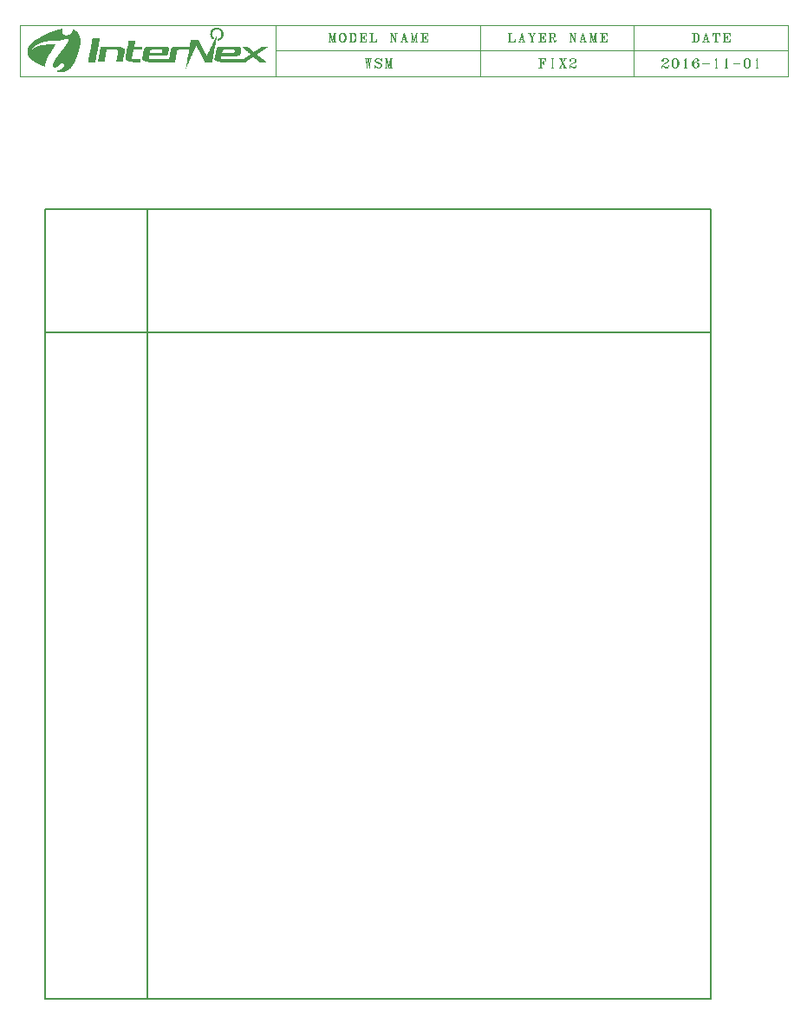
<source format=gbr>
%MOMM*%
%FSLAX33Y33*%
%ADD10C,0.200000*%
%ADD15C,0.100000*%
G90*G71*G01*D02*G54D10*X000000Y000000D02*X065000Y000000D01*X065000Y077000D01*
X000000Y077000D01*X000000Y000000D01*X065000Y065000D02*X010000Y065000D01*
X010000Y000000D01*X010000Y065000D02*X010000Y077000D01*X010000Y065000D02*
X000000Y065000D01*D02*G54D15*X022500Y095000D02*X-002500Y095000D01*
X-002500Y090000D01*X022500Y090000D01*X022500Y092500D02*X072500Y092500D01*
X042500Y095000D02*X042500Y090000D01*X022500Y095000D02*X072500Y095000D01*
X072500Y090000D02*X022500Y090000D01*X022500Y095000D02*X022500Y090000D01*
X072500Y095000D02*X072500Y090000D01*X057500Y095000D02*X057500Y090000D01*
X060221Y091568D02*X060221Y091523D01*X060266Y091523D01*X060266Y091568D01*
X060221Y091568D01*X060221Y091614D02*X060266Y091614D01*X060312Y091568D01*
X060312Y091523D01*X060266Y091477D01*X060221Y091477D01*X060175Y091523D01*
X060175Y091568D01*X060221Y091659D01*X060266Y091705D01*X060403Y091735D01*
X060591Y091735D01*X060728Y091705D01*X060773Y091659D01*X060825Y091568D01*
X060825Y091477D01*X060773Y091402D01*X060637Y091311D01*X060403Y091220D01*
X060312Y091174D01*X060221Y091083D01*X060175Y090962D01*X060175Y090826D01*
X060728Y091659D02*X060773Y091568D01*X060773Y091477D01*X060728Y091402D01*
X060591Y091735D02*X060682Y091705D01*X060728Y091568D01*X060728Y091477D01*
X060682Y091402D01*X060591Y091311D01*X060403Y091220D01*X060175Y090917D02*
X060221Y090962D01*X060312Y090962D01*X060539Y090917D01*X060728Y090917D01*
X060825Y090962D01*X060312Y090962D02*X060539Y090871D01*X060728Y090871D01*
X060773Y090917D01*X060312Y090962D02*X060539Y090826D01*X060728Y090826D01*
X060773Y090871D01*X060825Y090962D01*X060825Y091038D01*X061448Y091735D02*
X061312Y091705D01*X061221Y091568D01*X061175Y091356D01*X061175Y091220D01*
X061221Y091008D01*X061312Y090871D01*X061448Y090826D01*X061546Y090826D01*
X061682Y090871D01*X061773Y091008D01*X061825Y091220D01*X061825Y091356D01*
X061773Y091568D01*X061682Y091705D01*X061546Y091735D01*X061448Y091735D01*
X061312Y091659D02*X061266Y091568D01*X061221Y091402D01*X061221Y091174D01*
X061266Y091008D01*X061312Y090917D01*X061682Y090917D02*X061728Y091008D01*
X061773Y091174D01*X061773Y091402D01*X061728Y091568D01*X061682Y091659D01*
X061448Y091735D02*X061357Y091705D01*X061312Y091614D01*X061266Y091402D01*
X061266Y091174D01*X061312Y090962D01*X061357Y090871D01*X061448Y090826D01*
X061546Y090826D02*X061637Y090871D01*X061682Y090962D01*X061728Y091174D01*
X061728Y091402D01*X061682Y091614D01*X061637Y091705D01*X061546Y091735D01*
X062468Y091659D02*X062468Y090826D01*X062494Y091659D02*X062494Y090871D01*
X062513Y091735D02*X062513Y090826D01*X062513Y091735D02*X062448Y091614D01*
X062409Y091568D01*X062390Y090826D02*X062598Y090826D01*X062468Y090871D02*
X062429Y090826D01*X062468Y090917D02*X062448Y090826D01*X062513Y090917D02*
X062533Y090826D01*X062513Y090871D02*X062552Y090826D01*X063682Y091614D02*
X063682Y091568D01*X063728Y091568D01*X063728Y091614D01*X063682Y091614D01*
X063728Y091659D02*X063682Y091659D01*X063637Y091614D01*X063637Y091568D01*
X063682Y091523D01*X063728Y091523D01*X063773Y091568D01*X063773Y091614D01*
X063728Y091705D01*X063637Y091735D01*X063500Y091735D01*X063357Y091705D01*
X063266Y091614D01*X063221Y091523D01*X063175Y091356D01*X063175Y091083D01*
X063221Y090962D01*X063312Y090871D01*X063448Y090826D01*X063546Y090826D01*
X063682Y090871D01*X063773Y090962D01*X063825Y091083D01*X063825Y091129D01*
X063773Y091265D01*X063682Y091356D01*X063546Y091402D01*X063448Y091402D01*
X063357Y091356D01*X063312Y091311D01*X063266Y091220D01*X063312Y091614D02*
X063266Y091523D01*X063221Y091356D01*X063221Y091083D01*X063266Y090962D01*
X063312Y090917D01*X063728Y090962D02*X063773Y091038D01*X063773Y091174D01*
X063728Y091265D01*X063500Y091735D02*X063403Y091705D01*X063357Y091659D01*
X063312Y091568D01*X063266Y091402D01*X063266Y091083D01*X063312Y090962D01*
X063357Y090871D01*X063448Y090826D01*X063546Y090826D02*X063637Y090871D01*
X063682Y090917D01*X063728Y091038D01*X063728Y091174D01*X063682Y091311D01*
X063637Y091356D01*X063546Y091402D01*X064175Y091265D02*X064825Y091265D01*
X064825Y091220D01*X064175Y091265D02*X064175Y091220D01*X064825Y091220D01*
X065468Y091659D02*X065468Y090826D01*X065494Y091659D02*X065494Y090871D01*
X065513Y091735D02*X065513Y090826D01*X065513Y091735D02*X065448Y091614D01*
X065409Y091568D01*X065390Y090826D02*X065598Y090826D01*X065468Y090871D02*
X065429Y090826D01*X065468Y090917D02*X065448Y090826D01*X065513Y090917D02*
X065533Y090826D01*X065513Y090871D02*X065552Y090826D01*X066468Y091659D02*
X066468Y090826D01*X066494Y091659D02*X066494Y090871D01*X066513Y091735D02*
X066513Y090826D01*X066513Y091735D02*X066448Y091614D01*X066409Y091568D01*
X066390Y090826D02*X066598Y090826D01*X066468Y090871D02*X066429Y090826D01*
X066468Y090917D02*X066448Y090826D01*X066513Y090917D02*X066533Y090826D01*
X066513Y090871D02*X066552Y090826D01*X067175Y091265D02*X067825Y091265D01*
X067825Y091220D01*X067175Y091265D02*X067175Y091220D01*X067825Y091220D01*
X068448Y091735D02*X068312Y091705D01*X068221Y091568D01*X068175Y091356D01*
X068175Y091220D01*X068221Y091008D01*X068312Y090871D01*X068448Y090826D01*
X068546Y090826D01*X068682Y090871D01*X068773Y091008D01*X068825Y091220D01*
X068825Y091356D01*X068773Y091568D01*X068682Y091705D01*X068546Y091735D01*
X068448Y091735D01*X068312Y091659D02*X068266Y091568D01*X068221Y091402D01*
X068221Y091174D01*X068266Y091008D01*X068312Y090917D01*X068682Y090917D02*
X068728Y091008D01*X068773Y091174D01*X068773Y091402D01*X068728Y091568D01*
X068682Y091659D01*X068448Y091735D02*X068357Y091705D01*X068312Y091614D01*
X068266Y091402D01*X068266Y091174D01*X068312Y090962D01*X068357Y090871D01*
X068448Y090826D01*X068546Y090826D02*X068637Y090871D01*X068682Y090962D01*
X068728Y091174D01*X068728Y091402D01*X068682Y091614D01*X068637Y091705D01*
X068546Y091735D01*X069468Y091659D02*X069468Y090826D01*X069494Y091659D02*
X069494Y090871D01*X069513Y091735D02*X069513Y090826D01*X069513Y091735D02*
X069448Y091614D01*X069409Y091568D01*X069390Y090826D02*X069598Y090826D01*
X069468Y090871D02*X069429Y090826D01*X069468Y090917D02*X069448Y090826D01*
X069513Y090917D02*X069533Y090826D01*X069513Y090871D02*X069552Y090826D01*
X063286Y094235D02*X063286Y093326D01*X063325Y094205D02*X063325Y093371D01*
X063364Y094235D02*X063364Y093326D01*X063175Y094235D02*X063552Y094235D01*
X063669Y094205D01*X063747Y094114D01*X063786Y094023D01*X063825Y093902D01*
X063825Y093674D01*X063786Y093538D01*X063747Y093462D01*X063669Y093371D01*
X063552Y093326D01*X063175Y093326D01*X063708Y094114D02*X063747Y094023D01*
X063786Y093902D01*X063786Y093674D01*X063747Y093538D01*X063708Y093462D01*
X063552Y094235D02*X063630Y094205D01*X063708Y094068D01*X063747Y093902D01*
X063747Y093674D01*X063708Y093508D01*X063630Y093371D01*X063552Y093326D01*
X063208Y094235D02*X063286Y094205D01*X063247Y094235D02*X063286Y094159D01*
X063403Y094235D02*X063364Y094159D01*X063442Y094235D02*X063364Y094205D01*
X063286Y093371D02*X063208Y093326D01*X063286Y093417D02*X063247Y093326D01*
X063364Y093417D02*X063403Y093326D01*X063364Y093371D02*X063442Y093326D01*
X064500Y094235D02*X064247Y093371D01*X064461Y094114D02*X064676Y093326D01*
X064500Y094114D02*X064715Y093326D01*X064500Y094235D02*X064747Y093326D01*
X064318Y093583D02*X064643Y093583D01*X064175Y093326D02*X064390Y093326D01*
X064572Y093326D02*X064825Y093326D01*X064247Y093371D02*X064207Y093326D01*
X064247Y093371D02*X064318Y093326D01*X064676Y093371D02*X064604Y093326D01*
X064676Y093417D02*X064643Y093326D01*X064715Y093417D02*X064786Y093326D01*
X065175Y094235D02*X065175Y093977D01*X065454Y094235D02*X065454Y093326D01*
X065500Y094205D02*X065500Y093371D01*X065539Y094235D02*X065539Y093326D01*
X065825Y094235D02*X065825Y093977D01*X065175Y094235D02*X065825Y094235D01*
X065338Y093326D02*X065656Y093326D01*X065214Y094235D02*X065175Y093977D01*
X065253Y094235D02*X065175Y094114D01*X065292Y094235D02*X065175Y094159D01*
X065376Y094235D02*X065175Y094205D01*X065617Y094235D02*X065825Y094205D01*
X065702Y094235D02*X065825Y094159D01*X065741Y094235D02*X065825Y094114D01*
X065780Y094235D02*X065825Y093977D01*X065454Y093371D02*X065376Y093326D01*
X065454Y093417D02*X065415Y093326D01*X065539Y093417D02*X065578Y093326D01*
X065539Y093371D02*X065617Y093326D01*X066292Y094235D02*X066292Y093326D01*
X066331Y094205D02*X066331Y093371D01*X066377Y094235D02*X066377Y093326D01*
X066175Y094235D02*X066825Y094235D01*X066825Y093977D01*X066377Y093811D02*
X066617Y093811D01*X066617Y093977D02*X066617Y093629D01*X066175Y093326D02*
X066825Y093326D01*X066825Y093583D01*X066214Y094235D02*X066292Y094205D01*
X066253Y094235D02*X066292Y094159D01*X066416Y094235D02*X066377Y094159D01*
X066455Y094235D02*X066377Y094205D01*X066617Y094235D02*X066825Y094205D01*
X066702Y094235D02*X066825Y094159D01*X066741Y094235D02*X066825Y094114D01*
X066780Y094235D02*X066825Y093977D01*X066617Y093977D02*X066578Y093811D01*
X066617Y093629D01*X066617Y093902D02*X066539Y093811D01*X066617Y093720D01*
X066617Y093856D02*X066455Y093811D01*X066617Y093765D01*X066292Y093371D02*
X066214Y093326D01*X066292Y093417D02*X066253Y093326D01*X066377Y093417D02*
X066416Y093326D01*X066377Y093371D02*X066455Y093326D01*X066617Y093326D02*
X066825Y093371D01*X066702Y093326D02*X066825Y093417D01*X066741Y093326D02*
X066825Y093462D01*X066780Y093326D02*X066825Y093583D01*X045305Y094235D02*
X045305Y093326D01*X045344Y094205D02*X045344Y093371D01*X045390Y094235D02*
X045390Y093326D01*X045175Y094235D02*X045520Y094235D01*X045175Y093326D02*
X045825Y093326D01*X045825Y093583D01*X045214Y094235D02*X045305Y094205D01*
X045260Y094235D02*X045305Y094159D01*X045435Y094235D02*X045390Y094159D01*
X045474Y094235D02*X045390Y094205D01*X045305Y093371D02*X045214Y093326D01*
X045305Y093417D02*X045260Y093326D01*X045390Y093417D02*X045435Y093326D01*
X045390Y093371D02*X045474Y093326D01*X045604Y093326D02*X045825Y093371D01*
X045689Y093326D02*X045825Y093417D01*X045734Y093326D02*X045825Y093462D01*
X045780Y093326D02*X045825Y093583D01*X046500Y094235D02*X046247Y093371D01*
X046461Y094114D02*X046676Y093326D01*X046500Y094114D02*X046715Y093326D01*
X046500Y094235D02*X046747Y093326D01*X046318Y093583D02*X046643Y093583D01*
X046175Y093326D02*X046390Y093326D01*X046572Y093326D02*X046825Y093326D01*
X046247Y093371D02*X046208Y093326D01*X046247Y093371D02*X046318Y093326D01*
X046676Y093371D02*X046604Y093326D01*X046676Y093417D02*X046643Y093326D01*
X046715Y093417D02*X046786Y093326D01*X047240Y094235D02*X047461Y093765D01*
X047461Y093326D01*X047273Y094235D02*X047494Y093765D01*X047494Y093371D01*
X047299Y094235D02*X047533Y093765D01*X047533Y093326D01*X047721Y094205D02*
X047533Y093765D01*X047175Y094235D02*X047403Y094235D01*X047624Y094235D02*
X047825Y094235D01*X047370Y093326D02*X047624Y093326D01*X047208Y094235D02*
X047273Y094205D01*X047370Y094235D02*X047299Y094205D01*X047663Y094235D02*
X047721Y094205D01*X047786Y094235D02*X047721Y094205D01*X047461Y093371D02*
X047403Y093326D01*X047461Y093417D02*X047429Y093326D01*X047533Y093417D02*
X047559Y093326D01*X047533Y093371D02*X047591Y093326D01*X048292Y094235D02*
X048292Y093326D01*X048331Y094205D02*X048331Y093371D01*X048377Y094235D02*
X048377Y093326D01*X048175Y094235D02*X048825Y094235D01*X048825Y093977D01*
X048377Y093811D02*X048617Y093811D01*X048617Y093977D02*X048617Y093629D01*
X048175Y093326D02*X048825Y093326D01*X048825Y093583D01*X048214Y094235D02*
X048292Y094205D01*X048253Y094235D02*X048292Y094159D01*X048416Y094235D02*
X048377Y094159D01*X048455Y094235D02*X048377Y094205D01*X048617Y094235D02*
X048825Y094205D01*X048702Y094235D02*X048825Y094159D01*X048741Y094235D02*
X048825Y094114D01*X048780Y094235D02*X048825Y093977D01*X048617Y093977D02*
X048578Y093811D01*X048617Y093629D01*X048617Y093902D02*X048539Y093811D01*
X048617Y093720D01*X048617Y093856D02*X048455Y093811D01*X048617Y093765D01*
X048292Y093371D02*X048214Y093326D01*X048292Y093417D02*X048253Y093326D01*
X048377Y093417D02*X048416Y093326D01*X048377Y093371D02*X048455Y093326D01*
X048617Y093326D02*X048825Y093371D01*X048702Y093326D02*X048825Y093417D01*
X048741Y093326D02*X048825Y093462D01*X048780Y093326D02*X048825Y093583D01*
X049279Y094235D02*X049279Y093326D01*X049318Y094205D02*X049318Y093371D01*
X049351Y094235D02*X049351Y093326D01*X049175Y094235D02*X049604Y094235D01*
X049715Y094205D01*X049747Y094159D01*X049786Y094068D01*X049786Y093977D01*
X049747Y093902D01*X049715Y093856D01*X049604Y093811D01*X049351Y093811D01*
X049715Y094159D02*X049747Y094068D01*X049747Y093977D01*X049715Y093902D01*
X049604Y094235D02*X049676Y094205D01*X049715Y094114D01*X049715Y093932D01*
X049676Y093856D01*X049604Y093811D01*X049494Y093811D02*X049572Y093765D01*
X049604Y093674D01*X049676Y093417D01*X049715Y093326D01*X049786Y093326D01*
X049825Y093417D01*X049825Y093508D01*X049676Y093508D02*X049715Y093417D01*
X049747Y093371D01*X049786Y093371D01*X049572Y093765D02*X049604Y093720D01*
X049715Y093462D01*X049747Y093417D01*X049786Y093417D01*X049825Y093462D01*
X049175Y093326D02*X049461Y093326D01*X049208Y094235D02*X049279Y094205D01*
X049247Y094235D02*X049279Y094159D01*X049390Y094235D02*X049351Y094159D01*
X049422Y094235D02*X049351Y094205D01*X049279Y093371D02*X049208Y093326D01*
X049279Y093417D02*X049247Y093326D01*X049351Y093417D02*X049390Y093326D01*
X049351Y093371D02*X049422Y093326D01*X051266Y094235D02*X051266Y093371D01*
X051266Y094235D02*X051721Y093326D01*X051305Y094235D02*X051689Y093462D01*
X051331Y094235D02*X051721Y093462D01*X051721Y094205D02*X051721Y093326D01*
X051175Y094235D02*X051331Y094235D01*X051630Y094235D02*X051825Y094235D01*
X051175Y093326D02*X051364Y093326D01*X051201Y094235D02*X051266Y094205D01*
X051663Y094235D02*X051721Y094205D01*X051793Y094235D02*X051721Y094205D01*
X051266Y093371D02*X051201Y093326D01*X051266Y093371D02*X051331Y093326D01*
X052500Y094235D02*X052247Y093371D01*X052461Y094114D02*X052676Y093326D01*
X052500Y094114D02*X052715Y093326D01*X052500Y094235D02*X052747Y093326D01*
X052318Y093583D02*X052643Y093583D01*X052175Y093326D02*X052390Y093326D01*
X052572Y093326D02*X052825Y093326D01*X052247Y093371D02*X052208Y093326D01*
X052247Y093371D02*X052318Y093326D01*X052676Y093371D02*X052604Y093326D01*
X052676Y093417D02*X052643Y093326D01*X052715Y093417D02*X052786Y093326D01*
X053260Y094235D02*X053260Y093371D01*X053260Y094235D02*X053468Y093326D01*
X053292Y094235D02*X053468Y093462D01*X053318Y094235D02*X053494Y093462D01*
X053676Y094235D02*X053468Y093326D01*X053676Y094235D02*X053676Y093326D01*
X053702Y094205D02*X053702Y093371D01*X053734Y094235D02*X053734Y093326D01*
X053175Y094235D02*X053318Y094235D01*X053676Y094235D02*X053825Y094235D01*
X053175Y093326D02*X053351Y093326D01*X053585Y093326D02*X053825Y093326D01*
X053201Y094235D02*X053260Y094205D01*X053760Y094235D02*X053734Y094159D01*
X053793Y094235D02*X053734Y094205D01*X053260Y093371D02*X053201Y093326D01*
X053260Y093371D02*X053318Y093326D01*X053676Y093371D02*X053617Y093326D01*
X053676Y093417D02*X053643Y093326D01*X053734Y093417D02*X053760Y093326D01*
X053734Y093371D02*X053793Y093326D01*X054292Y094235D02*X054292Y093326D01*
X054331Y094205D02*X054331Y093371D01*X054377Y094235D02*X054377Y093326D01*
X054175Y094235D02*X054825Y094235D01*X054825Y093977D01*X054377Y093811D02*
X054617Y093811D01*X054617Y093977D02*X054617Y093629D01*X054175Y093326D02*
X054825Y093326D01*X054825Y093583D01*X054214Y094235D02*X054292Y094205D01*
X054253Y094235D02*X054292Y094159D01*X054416Y094235D02*X054377Y094159D01*
X054455Y094235D02*X054377Y094205D01*X054617Y094235D02*X054825Y094205D01*
X054702Y094235D02*X054825Y094159D01*X054741Y094235D02*X054825Y094114D01*
X054780Y094235D02*X054825Y093977D01*X054617Y093977D02*X054578Y093811D01*
X054617Y093629D01*X054617Y093902D02*X054539Y093811D01*X054617Y093720D01*
X054617Y093856D02*X054455Y093811D01*X054617Y093765D01*X054292Y093371D02*
X054214Y093326D01*X054292Y093417D02*X054253Y093326D01*X054377Y093417D02*
X054416Y093326D01*X054377Y093371D02*X054455Y093326D01*X054617Y093326D02*
X054825Y093371D01*X054702Y093326D02*X054825Y093417D01*X054741Y093326D02*
X054825Y093462D01*X054780Y093326D02*X054825Y093583D01*X027760Y094235D02*
X027760Y093371D01*X027760Y094235D02*X027968Y093326D01*X027792Y094235D02*
X027968Y093462D01*X027818Y094235D02*X027994Y093462D01*X028176Y094235D02*
X027968Y093326D01*X028176Y094235D02*X028176Y093326D01*X028202Y094205D02*
X028202Y093371D01*X028234Y094235D02*X028234Y093326D01*X027675Y094235D02*
X027818Y094235D01*X028176Y094235D02*X028325Y094235D01*X027675Y093326D02*
X027851Y093326D01*X028085Y093326D02*X028325Y093326D01*X027701Y094235D02*
X027760Y094205D01*X028260Y094235D02*X028234Y094159D01*X028293Y094235D02*
X028234Y094205D01*X027760Y093371D02*X027701Y093326D01*X027760Y093371D02*
X027818Y093326D01*X028176Y093371D02*X028117Y093326D01*X028176Y093417D02*
X028143Y093326D01*X028234Y093417D02*X028260Y093326D01*X028234Y093371D02*
X028293Y093326D01*X028955Y094235D02*X028838Y094205D01*X028753Y094114D01*
X028714Y094023D01*X028675Y093856D01*X028675Y093720D01*X028714Y093538D01*
X028753Y093462D01*X028838Y093371D01*X028955Y093326D01*X029039Y093326D01*
X029163Y093371D01*X029241Y093462D01*X029280Y093538D01*X029325Y093720D01*
X029325Y093856D01*X029280Y094023D01*X029241Y094114D01*X029163Y094205D01*
X029039Y094235D01*X028955Y094235D01*X028792Y094114D02*X028753Y094023D01*
X028714Y093902D01*X028714Y093674D01*X028753Y093538D01*X028792Y093462D01*
X029202Y093462D02*X029241Y093538D01*X029280Y093674D01*X029280Y093902D01*
X029241Y094023D01*X029202Y094114D01*X028955Y094235D02*X028877Y094205D01*
X028792Y094068D01*X028753Y093902D01*X028753Y093674D01*X028792Y093508D01*
X028877Y093371D01*X028955Y093326D01*X029039Y093326D02*X029117Y093371D01*
X029202Y093508D01*X029241Y093674D01*X029241Y093902D01*X029202Y094068D01*
X029117Y094205D01*X029039Y094235D01*X029786Y094235D02*X029786Y093326D01*
X029825Y094205D02*X029825Y093371D01*X029864Y094235D02*X029864Y093326D01*
X029675Y094235D02*X030052Y094235D01*X030169Y094205D01*X030247Y094114D01*
X030286Y094023D01*X030325Y093902D01*X030325Y093674D01*X030286Y093538D01*
X030247Y093462D01*X030169Y093371D01*X030052Y093326D01*X029675Y093326D01*
X030208Y094114D02*X030247Y094023D01*X030286Y093902D01*X030286Y093674D01*
X030247Y093538D01*X030208Y093462D01*X030052Y094235D02*X030130Y094205D01*
X030208Y094068D01*X030247Y093902D01*X030247Y093674D01*X030208Y093508D01*
X030130Y093371D01*X030052Y093326D01*X029708Y094235D02*X029786Y094205D01*
X029747Y094235D02*X029786Y094159D01*X029903Y094235D02*X029864Y094159D01*
X029942Y094235D02*X029864Y094205D01*X029786Y093371D02*X029708Y093326D01*
X029786Y093417D02*X029747Y093326D01*X029864Y093417D02*X029903Y093326D01*
X029864Y093371D02*X029942Y093326D01*X030792Y094235D02*X030792Y093326D01*
X030831Y094205D02*X030831Y093371D01*X030877Y094235D02*X030877Y093326D01*
X030675Y094235D02*X031325Y094235D01*X031325Y093977D01*X030877Y093811D02*
X031117Y093811D01*X031117Y093977D02*X031117Y093629D01*X030675Y093326D02*
X031325Y093326D01*X031325Y093583D01*X030714Y094235D02*X030792Y094205D01*
X030753Y094235D02*X030792Y094159D01*X030916Y094235D02*X030877Y094159D01*
X030955Y094235D02*X030877Y094205D01*X031117Y094235D02*X031325Y094205D01*
X031202Y094235D02*X031325Y094159D01*X031241Y094235D02*X031325Y094114D01*
X031280Y094235D02*X031325Y093977D01*X031117Y093977D02*X031078Y093811D01*
X031117Y093629D01*X031117Y093902D02*X031039Y093811D01*X031117Y093720D01*
X031117Y093856D02*X030955Y093811D01*X031117Y093765D01*X030792Y093371D02*
X030714Y093326D01*X030792Y093417D02*X030753Y093326D01*X030877Y093417D02*
X030916Y093326D01*X030877Y093371D02*X030955Y093326D01*X031117Y093326D02*
X031325Y093371D01*X031202Y093326D02*X031325Y093417D01*X031241Y093326D02*
X031325Y093462D01*X031280Y093326D02*X031325Y093583D01*X031805Y094235D02*
X031805Y093326D01*X031844Y094205D02*X031844Y093371D01*X031890Y094235D02*
X031890Y093326D01*X031675Y094235D02*X032020Y094235D01*X031675Y093326D02*
X032325Y093326D01*X032325Y093583D01*X031714Y094235D02*X031805Y094205D01*
X031760Y094235D02*X031805Y094159D01*X031935Y094235D02*X031890Y094159D01*
X031974Y094235D02*X031890Y094205D01*X031805Y093371D02*X031714Y093326D01*
X031805Y093417D02*X031760Y093326D01*X031890Y093417D02*X031935Y093326D01*
X031890Y093371D02*X031974Y093326D01*X032104Y093326D02*X032325Y093371D01*
X032188Y093326D02*X032325Y093417D01*X032234Y093326D02*X032325Y093462D01*
X032280Y093326D02*X032325Y093583D01*X033766Y094235D02*X033766Y093371D01*
X033766Y094235D02*X034221Y093326D01*X033805Y094235D02*X034189Y093462D01*
X033831Y094235D02*X034221Y093462D01*X034221Y094205D02*X034221Y093326D01*
X033675Y094235D02*X033831Y094235D01*X034130Y094235D02*X034325Y094235D01*
X033675Y093326D02*X033864Y093326D01*X033701Y094235D02*X033766Y094205D01*
X034163Y094235D02*X034221Y094205D01*X034293Y094235D02*X034221Y094205D01*
X033766Y093371D02*X033701Y093326D01*X033766Y093371D02*X033831Y093326D01*
X035000Y094235D02*X034747Y093371D01*X034961Y094114D02*X035176Y093326D01*
X035000Y094114D02*X035215Y093326D01*X035000Y094235D02*X035247Y093326D01*
X034818Y093583D02*X035143Y093583D01*X034675Y093326D02*X034890Y093326D01*
X035072Y093326D02*X035325Y093326D01*X034747Y093371D02*X034708Y093326D01*
X034747Y093371D02*X034818Y093326D01*X035176Y093371D02*X035104Y093326D01*
X035176Y093417D02*X035143Y093326D01*X035215Y093417D02*X035286Y093326D01*
X035760Y094235D02*X035760Y093371D01*X035760Y094235D02*X035968Y093326D01*
X035792Y094235D02*X035968Y093462D01*X035818Y094235D02*X035994Y093462D01*
X036176Y094235D02*X035968Y093326D01*X036176Y094235D02*X036176Y093326D01*
X036202Y094205D02*X036202Y093371D01*X036234Y094235D02*X036234Y093326D01*
X035675Y094235D02*X035818Y094235D01*X036176Y094235D02*X036325Y094235D01*
X035675Y093326D02*X035851Y093326D01*X036085Y093326D02*X036325Y093326D01*
X035701Y094235D02*X035760Y094205D01*X036260Y094235D02*X036234Y094159D01*
X036293Y094235D02*X036234Y094205D01*X035760Y093371D02*X035701Y093326D01*
X035760Y093371D02*X035818Y093326D01*X036176Y093371D02*X036117Y093326D01*
X036176Y093417D02*X036143Y093326D01*X036234Y093417D02*X036260Y093326D01*
X036234Y093371D02*X036293Y093326D01*X036792Y094235D02*X036792Y093326D01*
X036831Y094205D02*X036831Y093371D01*X036877Y094235D02*X036877Y093326D01*
X036675Y094235D02*X037325Y094235D01*X037325Y093977D01*X036877Y093811D02*
X037117Y093811D01*X037117Y093977D02*X037117Y093629D01*X036675Y093326D02*
X037325Y093326D01*X037325Y093583D01*X036714Y094235D02*X036792Y094205D01*
X036753Y094235D02*X036792Y094159D01*X036916Y094235D02*X036877Y094159D01*
X036955Y094235D02*X036877Y094205D01*X037117Y094235D02*X037325Y094205D01*
X037202Y094235D02*X037325Y094159D01*X037241Y094235D02*X037325Y094114D01*
X037280Y094235D02*X037325Y093977D01*X037117Y093977D02*X037078Y093811D01*
X037117Y093629D01*X037117Y093902D02*X037039Y093811D01*X037117Y093720D01*
X037117Y093856D02*X036955Y093811D01*X037117Y093765D01*X036792Y093371D02*
X036714Y093326D01*X036792Y093417D02*X036753Y093326D01*X036877Y093417D02*
X036916Y093326D01*X036877Y093371D02*X036955Y093326D01*X037117Y093326D02*
X037325Y093371D01*X037202Y093326D02*X037325Y093417D01*X037241Y093326D02*
X037325Y093462D01*X037280Y093326D02*X037325Y093583D01*X031260Y091735D02*
X031377Y090826D01*X031292Y091735D02*X031377Y091038D01*X031377Y090826D01*
X031318Y091735D02*X031409Y091038D01*X031500Y091735D02*X031409Y091038D01*
X031377Y090826D01*X031500Y091735D02*X031617Y090826D01*X031526Y091735D02*
X031617Y091038D01*X031617Y090826D01*X031559Y091735D02*X031643Y091038D01*
X031734Y091705D02*X031643Y091038D01*X031617Y090826D01*X031175Y091735D02*
X031409Y091735D01*X031500Y091735D02*X031559Y091735D01*X031643Y091735D02*
X031825Y091735D01*X031201Y091735D02*X031292Y091705D01*X031234Y091735D02*
X031292Y091659D01*X031351Y091735D02*X031318Y091659D01*X031377Y091735D02*
X031318Y091705D01*X031676Y091735D02*X031734Y091705D01*X031793Y091735D02*
X031734Y091705D01*X032773Y091614D02*X032825Y091735D01*X032825Y091477D01*
X032773Y091614D01*X032682Y091705D01*X032539Y091735D01*X032403Y091735D01*
X032266Y091705D01*X032175Y091614D01*X032175Y091477D01*X032221Y091402D01*
X032357Y091311D01*X032636Y091220D01*X032728Y091174D01*X032773Y091083D01*
X032773Y090962D01*X032728Y090871D01*X032221Y091477D02*X032266Y091402D01*
X032357Y091356D01*X032636Y091265D01*X032728Y091220D01*X032773Y091129D01*
X032266Y091705D02*X032221Y091614D01*X032221Y091523D01*X032266Y091432D01*
X032357Y091402D01*X032636Y091311D01*X032773Y091220D01*X032825Y091129D01*
X032825Y091008D01*X032773Y090917D01*X032728Y090871D01*X032591Y090826D01*
X032448Y090826D01*X032312Y090871D01*X032221Y090962D01*X032175Y091083D01*
X032175Y090826D01*X032221Y090962D01*X033260Y091735D02*X033260Y090871D01*
X033260Y091735D02*X033468Y090826D01*X033292Y091735D02*X033468Y090962D01*
X033318Y091735D02*X033494Y090962D01*X033676Y091735D02*X033468Y090826D01*
X033676Y091735D02*X033676Y090826D01*X033702Y091705D02*X033702Y090871D01*
X033734Y091735D02*X033734Y090826D01*X033175Y091735D02*X033318Y091735D01*
X033676Y091735D02*X033825Y091735D01*X033175Y090826D02*X033351Y090826D01*
X033585Y090826D02*X033825Y090826D01*X033201Y091735D02*X033260Y091705D01*
X033760Y091735D02*X033734Y091659D01*X033793Y091735D02*X033734Y091705D01*
X033260Y090871D02*X033201Y090826D01*X033260Y090871D02*X033318Y090826D01*
X033676Y090871D02*X033617Y090826D01*X033676Y090917D02*X033643Y090826D01*
X033734Y090917D02*X033760Y090826D01*X033734Y090871D02*X033793Y090826D01*
X048292Y091735D02*X048292Y090826D01*X048338Y091705D02*X048338Y090871D01*
X048377Y091735D02*X048377Y090826D01*X048175Y091735D02*X048825Y091735D01*
X048825Y091477D01*X048377Y091311D02*X048617Y091311D01*X048617Y091477D02*
X048617Y091129D01*X048175Y090826D02*X048500Y090826D01*X048214Y091735D02*
X048292Y091705D01*X048253Y091735D02*X048292Y091659D01*X048416Y091735D02*
X048377Y091659D01*X048455Y091735D02*X048377Y091705D01*X048617Y091735D02*
X048825Y091705D01*X048702Y091735D02*X048825Y091659D01*X048741Y091735D02*
X048825Y091614D01*X048780Y091735D02*X048825Y091477D01*X048617Y091477D02*
X048578Y091311D01*X048617Y091129D01*X048617Y091402D02*X048539Y091311D01*
X048617Y091220D01*X048617Y091356D02*X048455Y091311D01*X048617Y091265D01*
X048292Y090871D02*X048214Y090826D01*X048292Y090917D02*X048253Y090826D01*
X048377Y090917D02*X048416Y090826D01*X048377Y090871D02*X048455Y090826D01*
X049474Y091735D02*X049474Y090826D01*X049494Y091705D02*X049494Y090871D01*
X049520Y091735D02*X049520Y090826D01*X049416Y091735D02*X049578Y091735D01*
X049416Y090826D02*X049578Y090826D01*X049435Y091735D02*X049474Y091705D01*
X049455Y091735D02*X049474Y091659D01*X049539Y091735D02*X049520Y091659D01*
X049559Y091735D02*X049520Y091705D01*X049474Y090871D02*X049435Y090826D01*
X049474Y090917D02*X049455Y090826D01*X049520Y090917D02*X049539Y090826D01*
X049520Y090871D02*X049559Y090826D01*X050247Y091735D02*X050676Y090826D01*
X050279Y091735D02*X050715Y090826D01*X050318Y091735D02*X050747Y090826D01*
X050715Y091705D02*X050279Y090871D01*X050175Y091735D02*X050422Y091735D01*
X050604Y091735D02*X050825Y091735D01*X050175Y090826D02*X050390Y090826D01*
X050572Y090826D02*X050825Y090826D01*X050208Y091735D02*X050318Y091659D01*
X050351Y091735D02*X050318Y091659D01*X050390Y091735D02*X050318Y091705D01*
X050643Y091735D02*X050715Y091705D01*X050786Y091735D02*X050715Y091705D01*
X050279Y090871D02*X050208Y090826D01*X050279Y090871D02*X050351Y090826D01*
X050676Y090871D02*X050604Y090826D01*X050676Y090917D02*X050643Y090826D01*
X050676Y090917D02*X050786Y090826D01*X051221Y091568D02*X051221Y091523D01*
X051266Y091523D01*X051266Y091568D01*X051221Y091568D01*X051221Y091614D02*
X051266Y091614D01*X051312Y091568D01*X051312Y091523D01*X051266Y091477D01*
X051221Y091477D01*X051175Y091523D01*X051175Y091568D01*X051221Y091659D01*
X051266Y091705D01*X051403Y091735D01*X051591Y091735D01*X051728Y091705D01*
X051773Y091659D01*X051825Y091568D01*X051825Y091477D01*X051773Y091402D01*
X051637Y091311D01*X051403Y091220D01*X051312Y091174D01*X051221Y091083D01*
X051175Y090962D01*X051175Y090826D01*X051728Y091659D02*X051773Y091568D01*
X051773Y091477D01*X051728Y091402D01*X051591Y091735D02*X051682Y091705D01*
X051728Y091568D01*X051728Y091477D01*X051682Y091402D01*X051591Y091311D01*
X051403Y091220D01*X051175Y090917D02*X051221Y090962D01*X051312Y090962D01*
X051539Y090917D01*X051728Y090917D01*X051825Y090962D01*X051312Y090962D02*
X051539Y090871D01*X051728Y090871D01*X051773Y090917D01*X051312Y090962D02*
X051539Y090826D01*X051728Y090826D01*X051773Y090871D01*X051825Y090962D01*
X051825Y091038D01*X000000Y000000D02*
G36*X019235Y092823D02*X019235Y092854D01*X019791Y092854D01*X019791Y092823D01*
X019822Y092823D01*X019822Y092792D01*X019884Y092792D01*X019884Y092761D01*
X019914Y092761D01*X019914Y092731D01*X019945Y092731D01*X019945Y092700D01*
X019976Y092700D01*X019976Y092669D01*X020007Y092669D01*X020007Y092638D01*
X020038Y092638D01*X020038Y092607D01*X020069Y092607D01*X020069Y092576D01*
X020100Y092576D01*X020100Y092545D01*X020130Y092545D01*X020130Y092515D01*
X020192Y092515D01*X020192Y092484D01*X020223Y092484D01*X020223Y092453D01*
X020254Y092453D01*X020254Y092422D01*X020285Y092422D01*X020285Y092391D01*
X020316Y092391D01*X020316Y092360D01*X020377Y092360D01*X020377Y092391D01*
X020439Y092391D01*X020439Y092422D01*X020501Y092422D01*X020501Y092453D01*
X020532Y092453D01*X020532Y092484D01*X020593Y092484D01*X020593Y092515D01*
X020624Y092515D01*X020624Y092545D01*X020686Y092545D01*X020686Y092576D01*
X020748Y092576D01*X020748Y092607D01*X020779Y092607D01*X020779Y092638D01*
X020840Y092638D01*X020840Y092669D01*X020871Y092669D01*X020871Y092700D01*
X020933Y092700D01*X020933Y092731D01*X020964Y092731D01*X020964Y092761D01*
X021025Y092761D01*X021025Y092792D01*X021056Y092792D01*X021056Y092823D01*
X021118Y092823D01*X021118Y092854D01*X021766Y092854D01*X021766Y092823D01*
X021704Y092823D01*X021704Y092792D01*X021674Y092792D01*X021674Y092761D01*
X021612Y092761D01*X021612Y092731D01*X021581Y092731D01*X021581Y092700D01*
X021519Y092700D01*X021519Y092669D01*X021488Y092669D01*X021488Y092638D01*
X021427Y092638D01*X021427Y092607D01*X021396Y092607D01*X021396Y092576D01*
X021334Y092576D01*X021334Y092545D01*X021303Y092545D01*X021303Y092515D01*
X021241Y092515D01*X021241Y092484D01*X021211Y092484D01*X021211Y092453D01*
X021149Y092453D01*X021149Y092422D01*X021118Y092422D01*X021118Y092391D01*
X021056Y092391D01*X021056Y092360D01*X021025Y092360D01*X021025Y092329D01*
X020964Y092329D01*X020964Y092299D01*X020933Y092299D01*X020933Y092268D01*
X020871Y092268D01*X020871Y092237D01*X020840Y092237D01*X020840Y092206D01*
X020779Y092206D01*X020779Y092175D01*X020748Y092175D01*X020748Y092144D01*
X020686Y092144D01*X020686Y092083D01*X020007Y092083D01*X020007Y092175D01*
X019976Y092175D01*X019976Y092206D01*X019914Y092206D01*X019914Y092237D01*
X019884Y092237D01*X019884Y092268D01*X019853Y092268D01*X019853Y092299D01*
X019822Y092299D01*X019822Y092329D01*X019791Y092329D01*X019791Y092360D01*
X019760Y092360D01*X019760Y092391D01*X019729Y092391D01*X019729Y092422D01*
X019698Y092422D01*X019698Y092453D01*X019637Y092453D01*X019637Y092484D01*
X019606Y092484D01*X019606Y092515D01*X019575Y092515D01*X019575Y092545D01*
X019544Y092545D01*X019544Y092576D01*X019513Y092576D01*X019513Y092607D01*
X019482Y092607D01*X019482Y092638D01*X019452Y092638D01*X019452Y092669D01*
X019390Y092669D01*X019390Y092700D01*X019359Y092700D01*X019359Y092731D01*
X019328Y092731D01*X019328Y092761D01*X019297Y092761D01*X019297Y092792D01*
X019266Y092792D01*X019266Y092823D01*X019235Y092823D01*G37*G36*X019328Y091650D02*
X019328Y091681D01*X019390Y091681D01*X019390Y091712D01*X019421Y091712D01*
X019421Y091743D01*X019482Y091743D01*X019482Y091774D01*X019544Y091774D01*
X019544Y091805D01*X019575Y091805D01*X019575Y091836D01*X019637Y091836D01*
X019637Y091867D01*X019668Y091867D01*X019668Y091897D01*X019698Y091897D01*
X019698Y091928D01*X019760Y091928D01*X019760Y091959D01*X019822Y091959D01*
X019822Y091990D01*X019853Y091990D01*X019853Y092021D01*X019914Y092021D01*
X019914Y092052D01*X019945Y092052D01*X019945Y092083D01*X020717Y092083D01*
X020717Y092052D01*X020748Y092052D01*X020748Y092021D01*X020809Y092021D01*
X020809Y091990D01*X020840Y091990D01*X020840Y091959D01*X020871Y091959D01*
X020871Y091928D01*X020902Y091928D01*X020902Y091897D01*X020964Y091897D01*
X020964Y091867D01*X020995Y091867D01*X020995Y091836D01*X021025Y091836D01*
X021025Y091805D01*X021056Y091805D01*X021056Y091774D01*X021118Y091774D01*
X021118Y091743D01*X021149Y091743D01*X021149Y091712D01*X021180Y091712D01*
X021180Y091681D01*X021211Y091681D01*X021211Y091650D01*X021272Y091650D01*
X021272Y091620D01*X021303Y091620D01*X021303Y091589D01*X021334Y091589D01*
X021334Y091558D01*X021365Y091558D01*X021365Y091527D01*X021396Y091527D01*
X021396Y091496D01*X021457Y091496D01*X021457Y091465D01*X021488Y091465D01*
X021488Y091434D01*X021519Y091434D01*X021519Y091404D01*X021550Y091404D01*
X021550Y091373D01*X020902Y091373D01*X020902Y091404D01*X020840Y091404D01*
X020840Y091434D01*X020809Y091434D01*X020809Y091465D01*X020779Y091465D01*
X020779Y091496D01*X020748Y091496D01*X020748Y091527D01*X020717Y091527D01*
X020717Y091558D01*X020686Y091558D01*X020686Y091589D01*X020624Y091589D01*
X020624Y091620D01*X020593Y091620D01*X020593Y091650D01*X020563Y091650D01*
X020563Y091681D01*X020532Y091681D01*X020532Y091712D01*X020501Y091712D01*
X020501Y091743D01*X020470Y091743D01*X020470Y091774D01*X020408Y091774D01*
X020408Y091805D01*X020377Y091805D01*X020377Y091836D01*X020346Y091836D01*
X020346Y091867D01*X020285Y091867D01*X020285Y091836D01*X020223Y091836D01*
X020223Y091805D01*X020192Y091805D01*X020192Y091774D01*X020130Y091774D01*
X020130Y091743D01*X020069Y091743D01*X020069Y091712D01*X020038Y091712D01*
X020038Y091681D01*X019976Y091681D01*X019976Y091650D01*X019328Y091650D01*G37*G36*
X016797Y093502D02*X016828Y093502D01*X016828Y093471D01*X016890Y093471D01*
X016890Y093440D01*X016952Y093440D01*X016952Y093471D01*X017013Y093471D01*
X017013Y093502D01*X017075Y093502D01*X017075Y093533D01*X017137Y093533D01*
X017137Y093564D01*X017168Y093564D01*X017168Y093595D01*X017199Y093595D01*
X017199Y093626D01*X017230Y093626D01*X017230Y093656D01*X017260Y093656D01*
X017260Y093687D01*X017291Y093687D01*X017291Y093749D01*X017322Y093749D01*
X017322Y093780D01*X017353Y093780D01*X017353Y093842D01*X017384Y093842D01*
X017384Y093965D01*X017415Y093965D01*X017415Y094212D01*X017384Y094212D01*
X017384Y094305D01*X017168Y094305D01*X017168Y094243D01*X017199Y094243D01*
X017199Y093934D01*X017168Y093934D01*X017168Y093872D01*X017137Y093872D01*
X017137Y093811D01*X017106Y093811D01*X017106Y093780D01*X017075Y093780D01*
X017075Y093749D01*X017044Y093749D01*X017044Y093718D01*X016983Y093718D01*
X016983Y093687D01*X016921Y093687D01*X016921Y093656D01*X016859Y093656D01*
X016859Y093626D01*X016828Y093626D01*X016828Y093595D01*X016797Y093595D01*
X016797Y093502D01*G37*G36*X016149Y094335D02*X016396Y094335D01*X016396Y094366D01*
X016427Y094366D01*X016427Y094428D01*X016458Y094428D01*X016458Y094459D01*
X016520Y094459D01*X016520Y094490D01*X016581Y094490D01*X016581Y094521D01*
X016705Y094521D01*X016705Y094551D01*X016828Y094551D01*X016828Y094521D01*
X016952Y094521D01*X016952Y094490D01*X016983Y094490D01*X016983Y094459D01*
X017044Y094459D01*X017044Y094428D01*X017075Y094428D01*X017075Y094397D01*
X017106Y094397D01*X017106Y094366D01*X017137Y094366D01*X017137Y094305D01*
X017384Y094305D01*X017384Y094335D01*X017353Y094335D01*X017353Y094397D01*
X017322Y094397D01*X017322Y094459D01*X017291Y094459D01*X017291Y094490D01*
X017260Y094490D01*X017260Y094521D01*X017230Y094521D01*X017230Y094551D01*
X017199Y094551D01*X017199Y094582D01*X017168Y094582D01*X017168Y094613D01*
X017137Y094613D01*X017137Y094644D01*X017075Y094644D01*X017075Y094675D01*
X017013Y094675D01*X017013Y094706D01*X016921Y094706D01*X016921Y094737D01*
X016581Y094737D01*X016581Y094706D01*X016489Y094706D01*X016489Y094675D01*
X016427Y094675D01*X016427Y094644D01*X016396Y094644D01*X016396Y094613D01*
X016335Y094613D01*X016335Y094582D01*X016304Y094582D01*X016304Y094551D01*
X016273Y094551D01*X016273Y094521D01*X016242Y094521D01*X016242Y094459D01*
X016211Y094459D01*X016211Y094428D01*X016180Y094428D01*X016180Y094366D01*
X016149Y094366D01*X016149Y094335D01*G37*G36*X016088Y094027D02*X016119Y094027D01*
X016119Y093903D01*X016149Y093903D01*X016149Y093811D01*X016180Y093811D01*
X016180Y093749D01*X016211Y093749D01*X016211Y093718D01*X016242Y093718D01*
X016242Y093656D01*X016273Y093656D01*X016273Y093626D01*X016335Y093626D01*
X016335Y093595D01*X016458Y093595D01*X016458Y093626D01*X016489Y093626D01*
X016489Y093749D01*X016458Y093749D01*X016458Y093780D01*X016427Y093780D01*
X016427Y093811D01*X016396Y093811D01*X016396Y093842D01*X016365Y093842D01*
X016365Y093903D01*X016335Y093903D01*X016335Y093996D01*X016304Y093996D01*
X016304Y094181D01*X016335Y094181D01*X016335Y094274D01*X016365Y094274D01*
X016365Y094335D01*X016149Y094335D01*X016149Y094305D01*X016119Y094305D01*
X016119Y094150D01*X016088Y094150D01*X016088Y094027D01*G37*G36*X014946Y092545D02*
X014977Y092545D01*X014977Y092484D01*X015008Y092484D01*X015008Y092453D01*
X015038Y092453D01*X015038Y092391D01*X015069Y092391D01*X015069Y092329D01*
X015100Y092329D01*X015100Y092268D01*X015131Y092268D01*X015131Y092206D01*
X015162Y092206D01*X015162Y092144D01*X015193Y092144D01*X015193Y092113D01*
X015224Y092113D01*X015224Y092052D01*X015254Y092052D01*X015254Y091990D01*
X015285Y091990D01*X015285Y091928D01*X015316Y091928D01*X015316Y091867D01*
X015347Y091867D01*X015347Y091805D01*X015378Y091805D01*X015378Y091774D01*
X015409Y091774D01*X015409Y091712D01*X015440Y091712D01*X015440Y091650D01*
X015470Y091650D01*X015470Y091589D01*X015501Y091589D01*X015501Y091527D01*
X015532Y091527D01*X015532Y091496D01*X015563Y091496D01*X015563Y091434D01*
X015594Y091434D01*X015594Y091373D01*X016304Y091373D01*X016304Y091465D01*
X016335Y091465D01*X016335Y091650D01*X016365Y091650D01*X016365Y091805D01*
X016396Y091805D01*X016396Y091990D01*X016427Y091990D01*X016427Y092175D01*
X016458Y092175D01*X016458Y092329D01*X016489Y092329D01*X016489Y092515D01*
X016520Y092515D01*X016520Y092669D01*X016551Y092669D01*X016551Y092854D01*
X016581Y092854D01*X016581Y093039D01*X016612Y093039D01*X016612Y093224D01*
X016643Y093224D01*X016643Y093379D01*X016674Y093379D01*X016674Y093564D01*
X016705Y093564D01*X016705Y093749D01*X016736Y093749D01*X016736Y093903D01*
X016767Y093903D01*X016767Y094027D01*X016736Y094027D01*X016736Y093965D01*
X016705Y093965D01*X016705Y093872D01*X016674Y093872D01*X016674Y093811D01*
X016643Y093811D01*X016643Y093749D01*X016612Y093749D01*X016612Y093687D01*
X016581Y093687D01*X016581Y093626D01*X016551Y093626D01*X016551Y093564D01*
X016520Y093564D01*X016520Y093502D01*X016489Y093502D01*X016489Y093440D01*
X016458Y093440D01*X016458Y093379D01*X016427Y093379D01*X016427Y093317D01*
X016396Y093317D01*X016396Y093255D01*X016365Y093255D01*X016365Y093163D01*
X016335Y093163D01*X016335Y093101D01*X016304Y093101D01*X016304Y093039D01*
X016273Y093039D01*X016273Y092977D01*X016242Y092977D01*X016242Y092916D01*
X016211Y092916D01*X016211Y092854D01*X016180Y092854D01*X016180Y092792D01*
X016149Y092792D01*X016149Y092731D01*X016119Y092731D01*X016119Y092669D01*
X016088Y092669D01*X016088Y092607D01*X016057Y092607D01*X016057Y092545D01*
X016026Y092545D01*X016026Y092453D01*X015995Y092453D01*X015995Y092391D01*
X015964Y092391D01*X015964Y092329D01*X015933Y092329D01*X015933Y092268D01*
X015902Y092268D01*X015902Y092206D01*X015872Y092206D01*X015872Y092144D01*
X015841Y092144D01*X015841Y092083D01*X015810Y092083D01*X015810Y092021D01*
X015748Y092021D01*X015748Y092052D01*X015717Y092052D01*X015717Y092113D01*
X015686Y092113D01*X015686Y092175D01*X015656Y092175D01*X015656Y092237D01*
X015625Y092237D01*X015625Y092299D01*X015594Y092299D01*X015594Y092329D01*
X015563Y092329D01*X015563Y092391D01*X015532Y092391D01*X015532Y092453D01*
X015501Y092453D01*X015501Y092515D01*X015470Y092515D01*X015470Y092576D01*
X014946Y092576D01*X014946Y092545D01*G37*G36*X014082Y092854D02*X014082Y092885D01*
X014113Y092885D01*X014113Y093070D01*X014143Y093070D01*X014143Y093255D01*
X014174Y093255D01*X014174Y093440D01*X014205Y093440D01*X014205Y093564D01*
X014915Y093564D01*X014915Y093533D01*X014946Y093533D01*X014946Y093471D01*
X014977Y093471D01*X014977Y093410D01*X015008Y093410D01*X015008Y093348D01*
X015038Y093348D01*X015038Y093317D01*X015069Y093317D01*X015069Y093255D01*
X015100Y093255D01*X015100Y093194D01*X015131Y093194D01*X015131Y093132D01*
X015162Y093132D01*X015162Y093070D01*X015193Y093070D01*X015193Y093008D01*
X015224Y093008D01*X015224Y092977D01*X015254Y092977D01*X015254Y092916D01*
X015285Y092916D01*X015285Y092854D01*X015316Y092854D01*X015316Y092792D01*
X015347Y092792D01*X015347Y092731D01*X015378Y092731D01*X015378Y092669D01*
X015409Y092669D01*X015409Y092638D01*X015440Y092638D01*X015440Y092576D01*
X014946Y092576D01*X014946Y092607D01*X014915Y092607D01*X014915Y092669D01*
X014884Y092669D01*X014884Y092731D01*X014853Y092731D01*X014853Y092792D01*
X014822Y092792D01*X014822Y092823D01*X014792Y092823D01*X014792Y092885D01*
X014761Y092885D01*X014761Y092947D01*X014730Y092947D01*X014730Y092916D01*
X014699Y092916D01*X014699Y092854D01*X014082Y092854D01*G37*G36*X013711Y090775D02*
X013711Y090806D01*X013742Y090806D01*X013742Y090775D01*X013711Y090775D01*G37*G36*
X012076Y091650D02*X012076Y091712D01*X012107Y091712D01*X012107Y091867D01*
X012137Y091867D01*X012137Y092021D01*X012168Y092021D01*X012168Y092175D01*
X012199Y092175D01*X012199Y092329D01*X012230Y092329D01*X012230Y092484D01*
X012261Y092484D01*X012261Y092638D01*X012292Y092638D01*X012292Y092700D01*
X012323Y092700D01*X012323Y092731D01*X012353Y092731D01*X012353Y092761D01*
X012384Y092761D01*X012384Y092792D01*X012446Y092792D01*X012446Y092823D01*
X012570Y092823D01*X012570Y092854D01*X014668Y092854D01*X014668Y092792D01*
X014637Y092792D01*X014637Y092700D01*X014606Y092700D01*X014606Y092638D01*
X014575Y092638D01*X014575Y092576D01*X014545Y092576D01*X014545Y092515D01*
X014514Y092515D01*X014514Y092422D01*X014483Y092422D01*X014483Y092360D01*
X014452Y092360D01*X014452Y092299D01*X014421Y092299D01*X014421Y092237D01*
X014390Y092237D01*X014390Y092144D01*X014359Y092144D01*X014359Y092083D01*
X014329Y092083D01*X014329Y092021D01*X014298Y092021D01*X014298Y091959D01*
X014267Y091959D01*X014267Y091897D01*X014236Y091897D01*X014236Y091805D01*
X014205Y091805D01*X014205Y091743D01*X014174Y091743D01*X014174Y091681D01*
X014143Y091681D01*X014143Y091620D01*X014113Y091620D01*X014113Y091527D01*
X014082Y091527D01*X014082Y091465D01*X014051Y091465D01*X014051Y091404D01*
X014020Y091404D01*X014020Y091342D01*X013989Y091342D01*X013989Y091249D01*
X013958Y091249D01*X013958Y091188D01*X013927Y091188D01*X013927Y091126D01*
X013897Y091126D01*X013897Y091064D01*X013866Y091064D01*X013866Y090972D01*
X013835Y090972D01*X013835Y090910D01*X013804Y090910D01*X013804Y090848D01*
X013773Y090848D01*X013773Y090786D01*X013742Y090786D01*X013742Y090910D01*
X013773Y090910D01*X013773Y091095D01*X013804Y091095D01*X013804Y091280D01*
X013835Y091280D01*X013835Y091434D01*X013866Y091434D01*X013866Y091620D01*
X013897Y091620D01*X013897Y091805D01*X013927Y091805D01*X013927Y091990D01*
X013958Y091990D01*X013958Y092175D01*X013989Y092175D01*X013989Y092360D01*
X014020Y092360D01*X014020Y092515D01*X014051Y092515D01*X014051Y092576D01*
X013002Y092576D01*X013002Y092545D01*X012940Y092545D01*X012940Y092515D01*
X012909Y092515D01*X012909Y092484D01*X012878Y092484D01*X012878Y092360D01*
X012847Y092360D01*X012847Y092206D01*X012816Y092206D01*X012816Y092052D01*
X012786Y092052D01*X012786Y091897D01*X012755Y091897D01*X012755Y091743D01*
X012724Y091743D01*X012724Y091650D01*X012076Y091650D01*G37*G36*X009453Y091589D02*
X009453Y091774D01*X009483Y091774D01*X009483Y091959D01*X009514Y091959D01*
X009514Y091990D01*X010131Y091990D01*X010131Y091867D01*X010101Y091867D01*
X010101Y091712D01*X010162Y091712D01*X010162Y091681D01*X010255Y091681D01*
X010255Y091650D01*X012724Y091650D01*X012724Y091589D01*X012693Y091589D01*
X012693Y091404D01*X012662Y091404D01*X012662Y091373D01*X010008Y091373D01*
X010008Y091404D01*X009761Y091404D01*X009761Y091434D01*X009669Y091434D01*
X009669Y091465D01*X009576Y091465D01*X009576Y091496D01*X009545Y091496D01*
X009545Y091527D01*X009514Y091527D01*X009514Y091558D01*X009483Y091558D01*
X009483Y091589D01*X009453Y091589D01*
G37*G36*X009514Y091990D02*X009514Y092113D01*
X009545Y092113D01*X009545Y092268D01*X009576Y092268D01*X009576Y092453D01*
X009607Y092453D01*X009607Y092607D01*X009638Y092607D01*X009638Y092700D01*
X009669Y092700D01*X009669Y092731D01*X009699Y092731D01*X009699Y092761D01*
X009730Y092761D01*X009730Y092792D01*X009792Y092792D01*X009792Y092823D01*
X009915Y092823D01*X009915Y092854D01*X011921Y092854D01*X011921Y092823D01*
X011983Y092823D01*X011983Y092792D01*X012014Y092792D01*X012014Y092761D01*
X012045Y092761D01*X012045Y092422D01*X012014Y092422D01*X012014Y092268D01*
X011397Y092268D01*X011397Y092391D01*X011428Y092391D01*X011428Y092545D01*
X011397Y092545D01*X011397Y092576D01*X010348Y092576D01*X010348Y092545D01*
X010286Y092545D01*X010286Y092515D01*X010255Y092515D01*X010255Y092484D01*
X010224Y092484D01*X010224Y092391D01*X010193Y092391D01*X010193Y092299D01*
X010162Y092299D01*X010162Y092268D01*X012014Y092268D01*X012014Y092206D01*
X011983Y092206D01*X011983Y092113D01*X011952Y092113D01*X011952Y092052D01*
X011891Y092052D01*X011891Y092021D01*X011860Y092021D01*X011860Y091990D01*
X009514Y091990D01*G37*G36*X007817Y091650D02*X007817Y091836D01*X007848Y091836D01*
X007848Y091990D01*X007879Y091990D01*X007879Y092175D01*X007910Y092175D01*
X007910Y092329D01*X007940Y092329D01*X007940Y092484D01*X007971Y092484D01*
X007971Y092669D01*X008002Y092669D01*X008002Y092823D01*X008033Y092823D01*
X008033Y092977D01*X008064Y092977D01*X008064Y093163D01*X008095Y093163D01*
X008095Y093317D01*X008126Y093317D01*X008126Y093440D01*X008804Y093440D01*
X008804Y093410D01*X008774Y093410D01*X008774Y093255D01*X008743Y093255D01*
X008743Y093132D01*X008712Y093132D01*X008712Y092977D01*X008681Y092977D01*
X008681Y092854D01*X009483Y092854D01*X009483Y092792D01*X009453Y092792D01*
X009453Y092607D01*X009422Y092607D01*X009422Y092576D01*X008619Y092576D01*
X008619Y092484D01*X008588Y092484D01*X008588Y092360D01*X008558Y092360D01*
X008558Y092206D01*X008527Y092206D01*X008527Y092052D01*X008496Y092052D01*
X008496Y091928D01*X008465Y091928D01*X008465Y091712D01*X008496Y091712D01*
X008496Y091681D01*X008558Y091681D01*X008558Y091650D01*X009329Y091650D01*
X009329Y091465D01*X009298Y091465D01*X009298Y091373D01*X008527Y091373D01*
X008527Y091404D01*X008187Y091404D01*X008187Y091434D01*X008095Y091434D01*
X008095Y091465D01*X008002Y091465D01*X008002Y091496D01*X007971Y091496D01*
X007971Y091527D01*X007910Y091527D01*X007910Y091558D01*X007879Y091558D01*
X007879Y091589D01*X007848Y091589D01*X007848Y091650D01*X007817Y091650D01*G37*G36*
X005132Y091404D02*X005132Y091496D01*X005163Y091496D01*X005163Y091650D01*
X005194Y091650D01*X005194Y091805D01*X005225Y091805D01*X005225Y091990D01*
X005255Y091990D01*X005255Y092113D01*X005286Y092113D01*X005286Y092299D01*
X005317Y092299D01*X005317Y092453D01*X005348Y092453D01*X005348Y092607D01*
X005379Y092607D01*X005379Y092731D01*X005410Y092731D01*X005410Y092854D01*
X007200Y092854D01*X007200Y092823D01*X007385Y092823D01*X007385Y092792D01*
X007477Y092792D01*X007477Y092761D01*X007570Y092761D01*X007570Y092731D01*
X007632Y092731D01*X007632Y092700D01*X007663Y092700D01*X007663Y092669D01*
X007724Y092669D01*X007724Y092607D01*X007755Y092607D01*X007755Y092391D01*
X007724Y092391D01*X007724Y092206D01*X007693Y092206D01*X007693Y091990D01*
X007663Y091990D01*X007663Y091805D01*X007632Y091805D01*X007632Y091620D01*
X007601Y091620D01*X007601Y091404D01*X006922Y091404D01*X006922Y091465D01*
X006953Y091465D01*X006953Y091620D01*X006984Y091620D01*X006984Y091836D01*
X007015Y091836D01*X007015Y091990D01*X007045Y091990D01*X007045Y092175D01*
X007076Y092175D01*X007076Y092329D01*X007107Y092329D01*X007107Y092515D01*
X007076Y092515D01*X007076Y092545D01*X007015Y092545D01*X007015Y092576D01*
X005996Y092576D01*X005996Y092545D01*X005965Y092545D01*X005965Y092360D01*
X005934Y092360D01*X005934Y092206D01*X005904Y092206D01*X005904Y092052D01*
X005873Y092052D01*X005873Y091867D01*X005842Y091867D01*X005842Y091743D01*
X005811Y091743D01*X005811Y091558D01*X005780Y091558D01*X005780Y091404D01*
X005132Y091404D01*G37*G36*X004175Y091373D02*X004885Y091373D01*X004885Y091434D01*
X004916Y091434D01*X004916Y091589D01*X004947Y091589D01*X004947Y091743D01*
X004978Y091743D01*X004978Y091897D01*X005009Y091897D01*X005009Y092052D01*
X005039Y092052D01*X005039Y092237D01*X005070Y092237D01*X005070Y092391D01*
X005101Y092391D01*X005101Y092545D01*X005132Y092545D01*X005132Y092700D01*
X005163Y092700D01*X005163Y092854D01*X005194Y092854D01*X005194Y093008D01*
X005225Y093008D01*X005225Y093194D01*X005255Y093194D01*X005255Y093348D01*
X005286Y093348D01*X005286Y093502D01*X005317Y093502D01*X005317Y093656D01*
X005348Y093656D01*X005348Y093718D01*X004607Y093718D01*X004608Y093718D01*
X004607Y093595D01*X004577Y093595D01*X004577Y093440D01*X004546Y093440D01*
X004546Y093286D01*X004515Y093286D01*X004515Y093101D01*X004484Y093101D01*
X004484Y092947D01*X004453Y092947D01*X004453Y092792D01*X004422Y092792D01*
X004422Y092638D01*X004391Y092638D01*X004391Y092484D01*X004360Y092484D01*
X004360Y092299D01*X004330Y092299D01*X004330Y092144D01*X004299Y092144D01*
X004299Y091990D01*X004268Y091990D01*X004268Y091836D01*X004237Y091836D01*
X004237Y091681D01*X004206Y091681D01*X004206Y091496D01*X004175Y091496D01*
X004175Y091373D01*G37*G36*X-001750Y092164D02*X-001719Y092164D01*
X-001719Y092071D01*X-001689Y092071D01*X-001689Y092009D01*X-001658Y092009D01*
X-001658Y091948D01*X-001627Y091948D01*X-001627Y091886D01*X-001596Y091886D01*
X-001596Y091855D01*X-001565Y091855D01*X-001565Y091793D01*X-001534Y091793D01*
X-001534Y091762D01*X-001503Y091762D01*X-001503Y091732D01*X-001473Y091732D01*
X-001473Y091701D01*X-001442Y091701D01*X-001442Y091670D01*X-001411Y091670D01*
X-001411Y091639D01*X-001380Y091639D01*X-001380Y091608D01*X-001318Y091608D01*
X-001318Y091577D01*X-001287Y091577D01*X-001287Y091546D01*X-001257Y091546D01*
X-001257Y091515D01*X-001195Y091515D01*X-001195Y091485D01*X-001164Y091485D01*
X-001164Y091454D01*X-001102Y091454D01*X-001102Y091423D01*X-001071Y091423D01*
X-001071Y091392D01*X-001010Y091392D01*X-001010Y091361D01*X-000979Y091361D01*
X-000979Y091330D01*X-000917Y091330D01*X-000917Y091299D01*X-000856Y091299D01*
X-000856Y091269D01*X-000793Y091269D01*X-000793Y091238D01*X-000732Y091238D01*
X-000732Y091207D01*X-000670Y091207D01*X-000670Y091176D01*X-000609Y091176D01*
X-000609Y091145D01*X-000547Y091145D01*X-000547Y091114D01*X-000485Y091114D01*
X-000485Y091083D01*X-000423Y091083D01*X-000423Y091053D01*X-000331Y091053D01*
X-000331Y091021D01*X-000300Y091021D01*X-000300Y090991D01*X-000207Y090991D01*
X-000207Y090960D01*X-000145Y090960D01*X-000145Y090929D01*X-000084Y090929D01*
X-000084Y090898D01*X-000022Y090898D01*X-000022Y090867D01*X000041Y090867D01*
X000041Y090929D01*X000010Y090929D01*X000010Y091270D01*X000041Y091270D01*
X000041Y091391D01*X000071Y091391D01*X000071Y091485D01*X000102Y091485D01*
X000102Y091578D01*X000133Y091578D01*X000133Y091639D01*X000165Y091639D01*
X000165Y091731D01*X000195Y091731D01*X000195Y091793D01*X000225Y091793D01*
X000225Y091824D01*X000257Y091824D01*X000257Y091886D01*X000287Y091886D01*
X000287Y091948D01*X000318Y091948D01*X000318Y092009D01*X000349Y092009D01*
X000349Y092071D01*X000381Y092071D01*X000381Y092102D01*X000410Y092102D01*
X000410Y092164D01*X000440Y092164D01*X000440Y092195D01*X000473Y092195D01*
X000473Y092256D01*X000503Y092256D01*X000503Y092287D01*X000534Y092287D01*
X000534Y092349D01*X000565Y092349D01*X000565Y092380D01*X000596Y092380D01*
X000596Y092441D01*X000626Y092441D01*X000626Y092503D01*X000657Y092503D01*
X000657Y092534D01*X000689Y092534D01*X000689Y092595D01*X000719Y092595D01*
X000719Y092626D01*X000751Y092626D01*X000751Y092688D01*X000781Y092688D01*
X000781Y092719D01*X000812Y092719D01*X000812Y092780D01*X000842Y092780D01*
X000842Y092843D01*X000873Y092843D01*X000873Y092873D01*X000905Y092873D01*
X000905Y092935D01*X000935Y092935D01*X000935Y092997D01*X000967Y092997D01*
X000967Y093058D01*X000997Y093058D01*X000997Y093090D01*X000133Y093090D01*
X000133Y093059D01*X000102Y093059D01*X000102Y093089D01*X000071Y093089D01*
X000071Y093058D01*X-000176Y093058D01*X-000176Y093028D01*X-000391Y093028D01*
X-000391Y092997D01*X-000515Y092997D01*X-000515Y092967D01*X-000640Y092967D01*
X-000640Y092936D01*X-000731Y092936D01*X-000731Y092904D01*X-000793Y092904D01*
X-000793Y092875D01*X-000887Y092875D01*X-000887Y092842D01*X-000948Y092842D01*
X-000948Y092812D01*X-001010Y092812D01*X-001010Y092781D01*X-001041Y092781D01*
X-001041Y092750D01*X-001102Y092750D01*X-001102Y092719D01*X-001135Y092719D01*
X-001135Y092688D01*X-001164Y092688D01*X-001164Y092658D01*X-001195Y092658D01*
X-001195Y092627D01*X-001225Y092627D01*X-001225Y092596D01*X-001256Y092596D01*
X-001256Y092657D01*X-001225Y092657D01*X-001225Y092688D01*X-001194Y092688D01*
X-001194Y092750D01*X-001164Y092750D01*X-001164Y092781D01*X-001134Y092781D01*
X-001134Y092812D01*X-001103Y092812D01*X-001103Y092843D01*X-001071Y092843D01*
X-001071Y092873D01*X-001040Y092873D01*X-001040Y092905D01*X-001009Y092905D01*
X-001009Y092934D01*X-000948Y092934D01*X-000948Y092965D01*X-000917Y092965D01*
X-000917Y092997D01*X-000887Y092997D01*X-000887Y093027D01*X-000824Y093027D01*
X-000824Y093058D01*X-000793Y093058D01*X-000793Y093089D01*X-000731Y093089D01*
X-000731Y093120D01*X-000670Y093120D01*X-000670Y093151D01*X-000608Y093151D01*
X-000608Y093182D01*X-000515Y093182D01*X-000515Y093213D01*X-000454Y093213D01*
X-000454Y093244D01*X-000361Y093244D01*X-000361Y093275D01*X-000268Y093275D01*
X-000268Y093305D01*X-000175Y093305D01*X-000175Y093336D01*X-000052Y093336D01*
X-000052Y093366D01*X000072Y093366D01*X000072Y093397D01*X000225Y093397D01*
X000225Y093429D01*X000411Y093429D01*X000411Y093459D01*X000688Y093459D01*
X000688Y093490D01*X001491Y093490D01*X001491Y093521D01*X001737Y093521D01*
X001737Y093552D01*X001862Y093552D01*X001862Y093583D01*X001954Y093583D01*
X001954Y093614D01*X002047Y093614D01*X002047Y093645D01*X002231Y093645D01*
X002231Y093614D01*X002262Y093614D01*X002262Y093583D01*X002293Y093583D01*
X002293Y093491D01*X002262Y093491D01*X002262Y093398D01*X002231Y093398D01*
X002231Y093336D01*X002201Y093336D01*X002201Y093274D01*X002169Y093274D01*
X002169Y093244D01*X002139Y093244D01*X002139Y093182D01*X002108Y093182D01*
X002108Y093151D01*X002077Y093151D01*X002077Y093090D01*X002046Y093090D01*
X002046Y093059D01*X002015Y093059D01*X002015Y092997D01*X001985Y092997D01*
X001985Y092966D01*X001953Y092966D01*X001953Y092904D01*X001923Y092904D01*
X001923Y092874D01*X001892Y092874D01*X001892Y092843D01*X001861Y092843D01*
X001861Y092812D01*X001830Y092812D01*X001830Y092750D01*X001799Y092750D01*
X001799Y092720D01*X001769Y092720D01*X001769Y092689D01*X001738Y092689D01*
X001738Y092627D01*X001707Y092627D01*X001707Y092596D01*X001675Y092596D01*
X001675Y092565D01*X001645Y092565D01*X001645Y092503D01*X001614Y092503D01*
X001614Y092472D01*X001583Y092472D01*X001583Y092442D01*X001552Y092442D01*
X001552Y092411D01*X001522Y092411D01*X001522Y092349D01*X001491Y092349D01*
X001491Y092318D01*X001460Y092318D01*X001460Y092287D01*X001429Y092287D01*
X001429Y092257D01*X001398Y092257D01*X001398Y092194D01*X001367Y092194D01*
X001367Y092164D01*X001336Y092164D01*X001336Y092133D01*X001305Y092133D01*
X001305Y092071D01*X001275Y092071D01*X001275Y092040D01*X001244Y092040D01*
X001244Y092010D01*X001212Y092010D01*X001212Y091947D01*X001182Y091947D01*
X001182Y091916D01*X001151Y091916D01*X001151Y091886D01*X001120Y091886D01*
X001120Y091824D01*X001089Y091824D01*X001089Y091793D01*X001058Y091793D01*
X001058Y091732D01*X001028Y091732D01*X001028Y091701D01*X000997Y091701D01*
X000997Y091639D01*X000966Y091639D01*X000966Y091608D01*X000935Y091608D01*
X000935Y091546D01*X000904Y091546D01*X000904Y091485D01*X000874Y091485D01*
X000874Y091423D01*X000843Y091423D01*X000843Y091362D01*X000812Y091362D01*
X000812Y091300D01*X000781Y091300D01*X000781Y091238D01*X000750Y091238D01*
X000750Y091145D01*X000719Y091145D01*X000719Y090929D01*X000750Y090929D01*
X000750Y090868D01*X000781Y090868D01*X000781Y090836D01*X001058Y090836D01*
X001058Y090868D01*X001152Y090868D01*X001152Y090899D01*X001213Y090899D01*
X001213Y090928D01*X001244Y090928D01*X001244Y090961D01*X001275Y090961D01*
X001275Y090991D01*X001305Y090991D01*X001305Y091022D01*X001337Y091022D01*
X001337Y091053D01*X001368Y091053D01*X001368Y091083D01*X001399Y091083D01*
X001399Y091145D01*X001429Y091145D01*X001429Y091176D01*X001460Y091176D01*
X001460Y091207D01*X001521Y091207D01*X001521Y091238D01*X001583Y091238D01*
X001583Y091268D01*X001707Y091268D01*X001707Y091237D01*X001768Y091237D01*
X001768Y091175D01*X001799Y091175D01*X001799Y090930D01*X001769Y090930D01*
X001769Y090867D01*X001738Y090867D01*X001738Y090836D01*X001707Y090836D01*
X001707Y090806D01*X001675Y090806D01*X001675Y090775D01*X001644Y090775D01*
X001644Y090744D01*X001614Y090744D01*X001614Y090713D01*X001582Y090713D01*
X001582Y090682D01*X001521Y090682D01*X001521Y090651D01*X001491Y090651D01*
X001491Y090621D01*X001429Y090621D01*X001429Y090589D01*X001367Y090589D01*
X001367Y090559D01*X001274Y090559D01*X001274Y090528D01*X001183Y090528D01*
X001183Y090497D01*X001059Y090497D01*X001059Y090467D01*X001181Y090467D01*
X001181Y090434D01*X001397Y090434D01*X001397Y090405D01*X001676Y090405D01*
X001676Y090435D01*X001892Y090435D01*X001892Y090466D01*X001984Y090466D01*
X001984Y090497D01*X002077Y090497D01*X002077Y090528D01*X002139Y090528D01*
X002139Y090559D01*X002201Y090559D01*X002201Y090590D01*X002231Y090590D01*
X002231Y090621D01*X002293Y090621D01*X002293Y090651D01*X002324Y090651D01*
X002324Y090683D01*X002386Y090683D01*X002386Y090712D01*X002416Y090712D01*
X002416Y090744D01*X002448Y090744D01*X002448Y090774D01*X002479Y090774D01*
X002479Y090806D01*X002509Y090806D01*X002509Y090837D01*X002540Y090837D01*
X002540Y090867D01*X002571Y090867D01*X002571Y090898D01*X002602Y090898D01*
X002602Y090960D01*X002633Y090960D01*X002633Y090991D01*X002664Y090991D01*
X002664Y091022D01*X002694Y091022D01*X002694Y091083D01*X002725Y091083D01*
X002725Y091145D01*X002756Y091145D01*X002756Y091207D01*X002787Y091207D01*
X002787Y091238D01*X002817Y091238D01*X002817Y091330D01*X002848Y091330D01*
X002848Y091392D01*X002879Y091392D01*X002879Y091454D01*X002910Y091454D01*
X002910Y091516D01*X002941Y091516D01*X002941Y091608D01*X002972Y091608D01*
X002972Y091671D01*X003003Y091671D01*X003003Y091762D01*X003034Y091762D01*
X003034Y091853D01*X003065Y091853D01*X003065Y091916D01*X003096Y091916D01*
X003096Y092010D01*X003127Y092010D01*X003127Y092102D01*X003157Y092102D01*
X003157Y092163D01*X003187Y092163D01*X003187Y092256D01*X003219Y092256D01*
X003219Y092349D01*X003251Y092349D01*X003251Y092472D01*X003281Y092472D01*
X003281Y092565D01*X003311Y092565D01*X003311Y092689D01*X003343Y092689D01*
X003343Y092842D01*X003374Y092842D01*X003374Y093027D01*X003404Y093027D01*
X003404Y093707D01*X003372Y093707D01*X003372Y093830D01*X003342Y093830D01*
X003342Y093953D01*X003311Y093953D01*X003311Y094014D01*X003281Y094014D01*
X003281Y094107D01*X003251Y094107D01*X003251Y094139D01*X003219Y094139D01*
X003219Y094200D01*X003188Y094200D01*X003188Y094231D01*X003157Y094231D01*
X003157Y094263D01*X003127Y094263D01*X003127Y094324D01*X003096Y094324D01*
X003096Y094355D01*X003064Y094355D01*X003064Y094385D01*X003002Y094385D01*
X003002Y094416D01*X002971Y094416D01*X002971Y094447D01*X002941Y094447D01*
X002941Y094478D01*X002882Y094478D01*X002882Y094509D01*X002819Y094509D01*
X002819Y094539D01*X002726Y094539D01*X002726Y094572D01*X002663Y094572D01*
X002663Y094417D01*X002631Y094417D01*X002631Y094355D01*X002601Y094355D01*
X002601Y094293D01*X002570Y094293D01*X002570Y094230D01*X002540Y094230D01*
X002540Y094201D01*X002509Y094201D01*X002509Y094170D01*X002478Y094170D01*
X002478Y094138D01*X002448Y094138D01*X002448Y094107D01*X002417Y094107D01*
X002417Y094077D01*X002355Y094077D01*X002355Y094046D01*X002293Y094046D01*
X002293Y094016D01*X002170Y094016D01*X002170Y093984D01*X001953Y093984D01*
X001953Y094015D01*X001861Y094015D01*X001861Y094045D01*X001799Y094045D01*
X001799Y094078D01*X001769Y094078D01*X001769Y094108D01*X001737Y094108D01*
X001737Y094139D01*X001707Y094139D01*X001707Y094171D01*X001676Y094171D01*
X001676Y094232D01*X001646Y094232D01*X001646Y094478D01*X001676Y094478D01*
X001676Y094540D01*X001708Y094540D01*X001708Y094602D01*X001521Y094602D01*
X001521Y094571D01*X001367Y094571D01*X001367Y094540D01*X001244Y094540D01*
X001244Y094509D01*X001120Y094509D01*X001120Y094478D01*X001028Y094478D01*
X001028Y094447D01*X000904Y094447D01*X000904Y094416D01*X000811Y094416D01*
X000811Y094386D01*X000719Y094386D01*X000719Y094355D01*X000657Y094355D01*
X000657Y094324D01*X000565Y094324D01*X000565Y094293D01*X000503Y094293D01*
X000503Y094262D01*X000410Y094262D01*X000410Y094231D01*X000349Y094231D01*
X000349Y094200D01*X000287Y094200D01*X000287Y094170D01*X000225Y094170D01*
X000225Y094139D01*X000163Y094139D01*X000163Y094108D01*X000071Y094108D01*
X000071Y094077D01*X000009Y094077D01*X000009Y094046D01*X-000053Y094046D01*
X-000053Y094015D01*X-000084Y094015D01*X-000084Y093984D01*X-000146Y093984D01*
X-000146Y093954D01*X-000207Y093954D01*X-000207Y093923D01*X-000269Y093923D01*
X-000269Y093892D01*X-000331Y093892D01*X-000331Y093861D01*X-000392Y093861D01*
X-000392Y093830D01*X-000423Y093830D01*X-000423Y093799D01*X-000485Y093799D01*
X-000485Y093769D01*X-000547Y093769D01*X-000547Y093738D01*X-000609Y093738D01*
X-000609Y093707D01*X-000639Y093707D01*X-000639Y093676D01*X-000701Y093676D01*
X-000701Y093645D01*X-000763Y093645D01*X-000763Y093614D01*X-000794Y093614D01*
X-000794Y093583D01*X-000855Y093583D01*X-000855Y093552D01*X-000886Y093552D01*
X-000886Y093522D01*X-000948Y093522D01*X-000948Y093491D01*X-001010Y093491D01*
X-001010Y093460D01*X-001041Y093460D01*X-001041Y093429D01*X-001102Y093429D01*
X-001102Y093398D01*X-001133Y093398D01*X-001133Y093367D01*X-001164Y093367D01*
X-001164Y093337D01*X-001226Y093337D01*X-001226Y093306D01*X-001257Y093306D01*
X-001257Y093275D01*X-001287Y093275D01*X-001287Y093244D01*X-001318Y093244D01*
X-001318Y093213D01*X-001349Y093213D01*X-001349Y093182D01*X-001380Y093182D01*
X-001380Y093151D01*X-001411Y093151D01*X-001411Y093121D01*X-001442Y093121D01*
X-001442Y093089D01*X-001473Y093089D01*X-001473Y093059D01*X-001503Y093059D01*
X-001503Y092997D01*X-001534Y092997D01*X-001534Y092966D01*X-001565Y092966D01*
X-001565Y092904D01*X-001596Y092904D01*X-001596Y092873D01*X-001627Y092873D01*
X-001627Y092812D01*X-001658Y092812D01*X-001658Y092750D01*X-001689Y092750D01*
X-001689Y092657D01*X-001719Y092657D01*X-001719Y092534D01*X-001750Y092534D01*
X-001750Y092164D01*G37*G36*X016581Y091959D02*X016581Y092083D01*
X016612Y092083D01*X016612Y092237D01*X016643Y092237D01*X016643Y092391D01*
X016674Y092391D01*X016674Y092545D01*X016705Y092545D01*X016705Y092669D01*
X016736Y092669D01*X016736Y092731D01*X016767Y092731D01*X016767Y092761D01*
X016797Y092761D01*X016797Y092792D01*X016859Y092792D01*X016859Y092823D01*
X016983Y092823D01*X016983Y092854D01*X018989Y092854D01*X018989Y092823D01*
X019050Y092823D01*X019050Y092792D01*X019112Y092792D01*X019112Y092731D01*
X019143Y092731D01*X019143Y092515D01*X019112Y092515D01*X019112Y092299D01*
X019081Y092299D01*X019081Y092268D01*X018464Y092268D01*X018464Y092360D01*
X018495Y092360D01*X018495Y092545D01*X018464Y092545D01*X018464Y092576D01*
X017446Y092576D01*X017446Y092545D01*X017384Y092545D01*X017384Y092515D01*
X017353Y092515D01*X017353Y092484D01*X017322Y092484D01*X017322Y092453D01*
X017291Y092453D01*X017291Y092360D01*X017260Y092360D01*X017260Y092268D01*
X019081Y092268D01*X019081Y092206D01*X019081Y092144D01*X019050Y092144D01*
X019050Y092083D01*X019019Y092083D01*X019019Y092052D01*X018989Y092052D01*
X018989Y092021D01*X018927Y092021D01*X018927Y091990D01*X018803Y091990D01*
X018803Y091959D01*X016581Y091959D01*G37*G36*X016520Y091620D02*X016520Y091743D01*
X016551Y091743D01*X016551Y091928D01*X016581Y091928D01*X016581Y091959D01*
X017199Y091959D01*X017199Y091867D01*X017199Y091805D01*X017168Y091805D01*
X017168Y091743D01*X017199Y091743D01*X017199Y091712D01*X017260Y091712D01*
X017260Y091681D01*X017353Y091681D01*X017353Y091650D01*X019945Y091650D01*
X019945Y091620D01*X019884Y091620D01*X019884Y091589D01*X019853Y091589D01*
X019853Y091558D01*X019791Y091558D01*X019791Y091527D01*X019760Y091527D01*
X019760Y091496D01*X019698Y091496D01*X019698Y091465D01*X019668Y091465D01*
X019668Y091434D01*X019606Y091434D01*X019606Y091404D01*X019575Y091404D01*
X019575Y091373D01*X017044Y091373D01*X017044Y091404D01*X016828Y091404D01*
X016828Y091434D01*X016736Y091434D01*X016736Y091465D01*X016643Y091465D01*
X016643Y091496D01*X016612Y091496D01*X016612Y091527D01*X016581Y091527D01*
X016581Y091558D01*X016551Y091558D01*X016551Y091620D01*X016520Y091620D01*G37*
X000000Y000000D02*M02*

</source>
